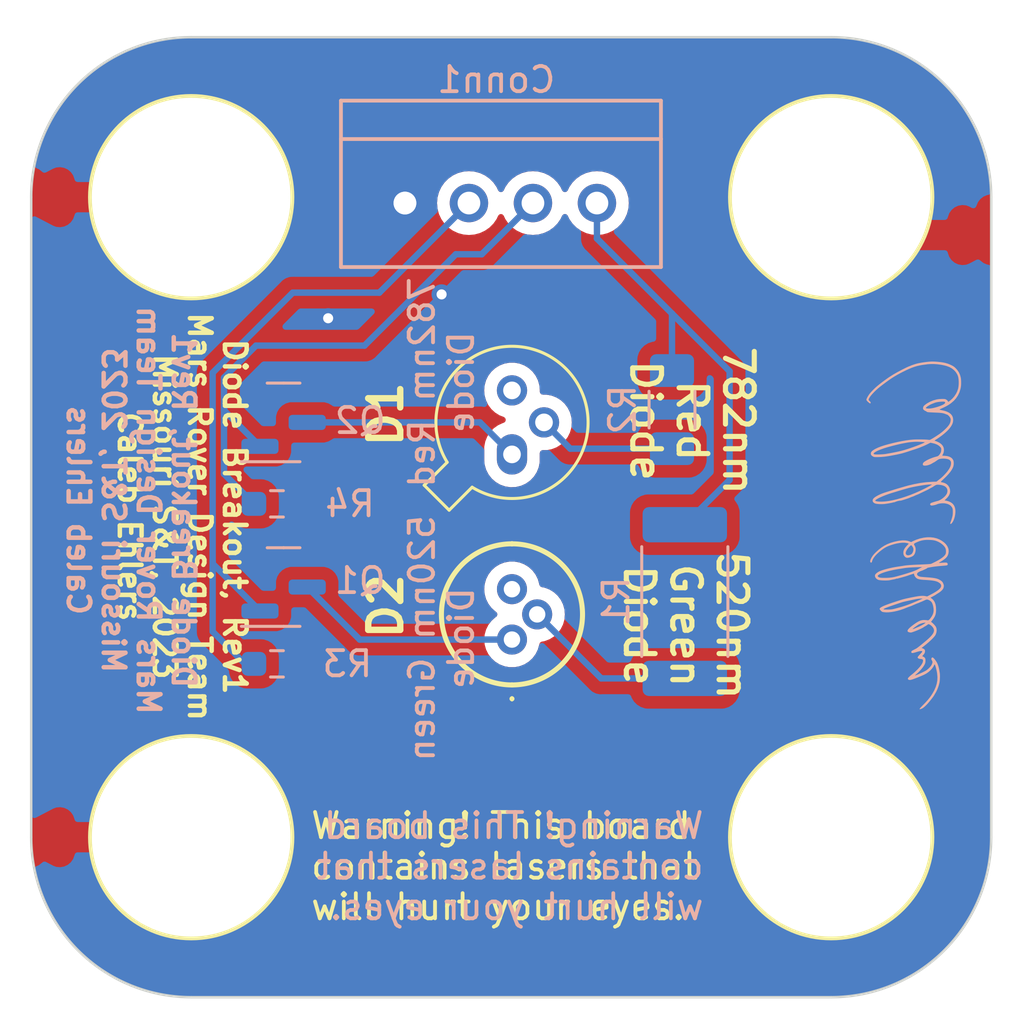
<source format=kicad_pcb>
(kicad_pcb (version 20221018) (generator pcbnew)
  (layers (0 "F.Cu" signal) (31 "B.Cu" signal) (34 "B.Paste" user) (35 "F.Paste" user) (36 "B.SilkS" user "B.Silkscreen") (37 "F.SilkS" user "F.Silkscreen") (38 "B.Mask" user) (39 "F.Mask" user) (44 "Edge.Cuts" user))
  (net 0 "")
  (net 1 "+12V")
  (net 2 "Red_LED")
  (net 3 "Green_LED")
  (net 4 "GND")
  (net 5 "Net-(D2-K)")
  (net 6 "Net-(D2-A)")
  (net 7 "Net-(D1-K)")
  (net 8 "Net-(D1-A)")
  (footprint "Package_TO_SOT_THT:TO-18-3" (layer "F.Cu") (at 66.986724 32.327276 90)
    (fp_text reference "D1" (at 1.593276 -5.010724 90) (layer "F.SilkS") (effects (font (size 1.27 1.27) (thickness 0.254) bold)))
    (fp_text value "782nm Laser Diode")
    (pad "1" thru_hole oval (at 0 0 90) (size 1.6 1.2) (drill 0.7) (layers "*.Cu" "*.Mask") (net 7 "Net-(D1-K)"))
    (pad "2" thru_hole oval (at 1.27 1.27 90) (size 1.2 1.2) (drill 0.7) (layers "*.Cu" "*.Mask") (net 8 "Net-(D1-A)"))
    (pad "3" thru_hole oval (at 2.54 0 90) (size 1.2 1.2) (drill 0.7) (layers "*.Cu" "*.Mask"))
  )
  (footprint "MRDT_Drill_Holes:4_40_Hole" (layer "F.Cu") (at 54.254724 47.519276)
    (fp_text reference "V2" hide)
    (fp_text value "Via" hide)
    (pad "" np_thru_hole circle (at 0 0) (size 2.9464 2.9464) (drill 2.9464) (layers "*.Cu" "*.Mask") (clearance 2.5))
  )
  (footprint "MRDT_Drill_Holes:4_40_Hole" (layer "F.Cu") (at 79.654724 22.119276)
    (fp_text reference "V1" hide)
    (fp_text value "Via" hide)
    (pad "" np_thru_hole circle (at 0 0) (size 2.9464 2.9464) (drill 2.9464) (layers "*.Cu" "*.Mask") (clearance 2.5))
  )
  (footprint "RamanDiodes:PLT5520B - 520nm" (layer "F.Cu") (at 66.98564 39.67658 90)
    (fp_text reference "D2" (at 1.323276 -5.00964 90) (layer "F.SilkS") (effects (font (size 1.27 1.27) (thickness 0.254))))
    (fp_text value "520nm Laser Diode")
    (pad "1" thru_hole circle (at 0 0 90) (size 1.192 1.192) (drill 0.65) (layers "*.Cu" "*.Mask") (net 5 "Net-(D2-K)"))
    (pad "2" thru_hole circle (at 1 1 90) (size 1.192 1.192) (drill 0.65) (layers "*.Cu" "*.Mask") (net 6 "Net-(D2-A)"))
    (pad "3" thru_hole circle (at 2 0 90) (size 1.192 1.192) (drill 0.65) (layers "*.Cu" "*.Mask"))
  )
  (footprint "MRDT_Drill_Holes:4_40_Hole" (layer "F.Cu") (at 54.253704 22.119016)
    (fp_text reference "V3" hide)
    (fp_text value "Via" hide)
    (pad "" np_thru_hole circle (at 0 0) (size 2.9464 2.9464) (drill 2.9464) (layers "*.Cu" "*.Mask") (clearance 2.5))
  )
  (footprint "MRDT_Drill_Holes:4_40_Hole" (layer "F.Cu") (at 79.653699 47.519016)
    (fp_text reference "V4" hide)
    (fp_text value "Via" hide)
    (pad "" np_thru_hole circle (at 0 0) (size 2.9464 2.9464) (drill 2.9464) (layers "*.Cu" "*.Mask") (clearance 2.5))
  )
  (footprint "Resistor_SMD:R_2512_6332Metric_Pad1.40x3.35mm_HandSolder" (layer "B.Cu") (at 73.844724 38.167276 -90)
    (fp_text reference "R1" (at 0 2.724724 90) (layer "B.SilkS") (effects (justify mirror)))
    (fp_text value "33")
    (pad "1" smd roundrect (at -3.05 0 270) (size 1.4 3.35) (layers "B.Cu" "B.Paste" "B.Mask") (roundrect_rratio 0.1785707143) (net 1 "+12V"))
    (pad "2" smd roundrect (at 3.05 0 270) (size 1.4 3.35) (layers "B.Cu" "B.Paste" "B.Mask") (roundrect_rratio 0.1785707143) (net 6 "Net-(D2-A)"))
  )
  (footprint "MRDT_Connectors:MOLEX_SL_04_Vertical" (layer "B.Cu") (at 70.358 22.352 180)
    (fp_text reference "Conn1" (at 3.994724 4.895276 180) (layer "B.SilkS") (effects (justify mirror)))
    (fp_text value "Molex_SL_04")
    (pad "1" thru_hole circle (at 0 0 180) (size 1.524 1.524) (drill 0.9) (layers "*.Cu" "*.Mask") (net 1 "+12V"))
    (pad "2" thru_hole circle (at 2.54 0 180) (size 1.524 1.524) (drill 0.9) (layers "*.Cu" "*.Mask") (net 2 "Red_LED"))
    (pad "3" thru_hole circle (at 5.08 0 180) (size 1.524 1.524) (drill 0.9) (layers "*.Cu" "*.Mask") (net 3 "Green_LED"))
    (pad "4" thru_hole circle (at 7.62 0 180) (size 1.524 1.524) (drill 0.9) (layers "*.Cu" "*.Mask") (net 4 "GND"))
    (pad "4" thru_hole circle (at 7.62 0 180) (size 1.524 1.524) (drill 0.9) (layers "*.Cu" "*.Mask") (net 4 "GND"))
  )
  (footprint "Resistor_SMD:R_0603_1608Metric_Pad0.98x0.95mm_HandSolder" (layer "B.Cu") (at 57.658 34.29)
    (fp_text reference "R4" (at 2.8975 0) (layer "B.SilkS") (effects (justify mirror)))
    (fp_text value "4.7k")
    (pad "1" smd roundrect (at -0.9125 0) (size 0.975 0.95) (layers "B.Cu" "B.Paste" "B.Mask") (net 2 "Red_LED"))
    (pad "2" smd roundrect (at 0.9125 0) (size 0.975 0.95) (layers "B.Cu" "B.Paste" "B.Mask") (net 4 "GND"))
  )
  (footprint "Package_TO_SOT_SMD:SOT-23" (layer "B.Cu") (at 57.92192 37.592)
    (fp_text reference "Q1" (at 3.03808 -0.254) (layer "B.SilkS") (effects (justify mirror)))
    (fp_text value "BSS138")
    (pad "1" smd roundrect (at -0.9375 0.95) (size 1.475 0.6) (layers "B.Cu" "B.Paste" "B.Mask") (net 3 "Green_LED"))
    (pad "2" smd roundrect (at -0.9375 -0.95) (size 1.475 0.6) (layers "B.Cu" "B.Paste" "B.Mask") (net 4 "GND"))
    (pad "3" smd roundrect (at 0.9375 0) (size 1.475 0.6) (layers "B.Cu" "B.Paste" "B.Mask") (net 5 "Net-(D2-K)"))
  )
  (footprint "Resistor_SMD:R_1206_3216Metric_Pad1.30x1.75mm_HandSolder" (layer "B.Cu") (at 73.336724 30.549276 -90)
    (fp_text reference "R2" (at 0 1.962724 90) (layer "B.SilkS") (effects (justify mirror)))
    (fp_text value "78.7")
    (pad "1" smd roundrect (at -1.55 0 270) (size 1.3 1.75) (layers "B.Cu" "B.Paste" "B.Mask") (roundrect_rratio 0.1923076923) (net 1 "+12V"))
    (pad "2" smd roundrect (at 1.55 0 270) (size 1.3 1.75) (layers "B.Cu" "B.Paste" "B.Mask") (roundrect_rratio 0.1923076923) (net 8 "Net-(D1-A)"))
  )
  (footprint "Resistor_SMD:R_0603_1608Metric_Pad0.98x0.95mm_HandSolder" (layer "B.Cu") (at 57.658 40.64)
    (fp_text reference "R3" (at 2.794 0) (layer "B.SilkS") (effects (justify mirror)))
    (fp_text value "4.7k")
    (pad "1" smd roundrect (at -0.9125 0) (size 0.975 0.95) (layers "B.Cu" "B.Paste" "B.Mask") (net 3 "Green_LED"))
    (pad "2" smd roundrect (at 0.9125 0) (size 0.975 0.95) (layers "B.Cu" "B.Paste" "B.Mask") (net 4 "GND"))
  )
  (footprint "Package_TO_SOT_SMD:SOT-23" (layer "B.Cu") (at 57.921224 31.057276)
    (fp_text reference "Q2" (at 3.038776 -0.069276) (layer "B.SilkS") (effects (justify mirror)))
    (fp_text value "BSS138")
    (pad "1" smd roundrect (at -0.9375 0.95) (size 1.475 0.6) (layers "B.Cu" "B.Paste" "B.Mask") (net 2 "Red_LED"))
    (pad "2" smd roundrect (at -0.9375 -0.95) (size 1.475 0.6) (layers "B.Cu" "B.Paste" "B.Mask") (net 4 "GND"))
    (pad "3" smd roundrect (at 0.9375 0) (size 1.475 0.6) (layers "B.Cu" "B.Paste" "B.Mask") (net 7 "Net-(D1-K)"))
  )
  (footprint "Signatures:Caleb_Ehlers_Signature_15mmx4.8mm" (layer "B.Cu") (at 82.804 35.56 -90)
    (fp_text reference "G***" hide)
    (fp_text value "LOGO" hide)
  )
  (gr_arc (start 54.254724 53.869276) (mid 49.764596 52.009404) (end 47.904724 47.519276) (stroke (width 0.1)) (layer "Edge.Cuts"))
  (gr_line (start 86.004724 22.119276) (end 86.004724 47.519276) (stroke (width 0.1)) (layer "Edge.Cuts"))
  (gr_line (start 54.254724 15.769276) (end 79.654724 15.769276) (stroke (width 0.1)) (layer "Edge.Cuts"))
  (gr_arc (start 86.004724 47.519276) (mid 84.144852 52.009404) (end 79.654724 53.869276) (stroke (width 0.1)) (layer "Edge.Cuts"))
  (gr_arc (start 47.904724 22.119276) (mid 49.764596 17.629148) (end 54.254724 15.769276) (stroke (width 0.1)) (layer "Edge.Cuts"))
  (gr_line (start 79.654724 53.869276) (end 54.254724 53.869276) (stroke (width 0.1)) (layer "Edge.Cuts"))
  (gr_arc (start 79.654724 15.769276) (mid 84.144852 17.629148) (end 86.004724 22.119276) (stroke (width 0.1)) (layer "Edge.Cuts"))
  (gr_line (start 47.904724 47.519276) (end 47.904724 22.119276) (stroke (width 0.1)) (layer "Edge.Cuts"))
  (gr_text "782nm Red\nDiode" (at 65.532 29.464 90) (layer "B.SilkS") (effects (font (size 0.9652 0.9652) (thickness 0.1524)) (justify bottom mirror)))
  (gr_text "Diode Breakout, Rev1\nMars Rover Design Team\nMissouri S&T, 2023\nCaleb Ehlers" (at 49.276 34.544 -90) (layer "B.SilkS") (effects (font (size 0.8636 0.8636) (thickness 0.1778) bold) (justify bottom mirror)))
  (gr_text "Warning! This board\ncontains lasers that\nwill hurt your eyes." (at 74.676 50.869276) (layer "B.SilkS") (effects (font (size 1 1)) (justify left bottom mirror)))
  (gr_text "520nm Green\nDiode" (at 65.532 39.624 90) (layer "B.SilkS") (effects (font (size 0.9652 0.9652) (thickness 0.1524)) (justify bottom mirror)))
  (gr_text "Warning! This board\ncontains lasers that\nwill hurt your eyes." (at 58.928 50.869276) (layer "F.SilkS") (effects (font (size 1 1)) (justify left bottom)))
  (gr_text "Diode Breakout, Rev1\nMars Rover Design Team\nMissouri S&T, 2023\nCaleb Ehlers" (at 51.308 34.798 -90) (layer "F.SilkS") (effects (font (size 0.8636 0.8636) (thickness 0.1778) bold) (justify bottom)))
  (gr_text "782nm\nRed\nDiode" (at 71.628 30.988 -90) (layer "F.SilkS") (effects (font (size 1.143 1.143) (thickness 0.2032) bold) (justify bottom)))
  (gr_text "520nm\nGreen\nDiode" (at 71.374 39.116 -90) (layer "F.SilkS") (effects (font (size 1.143 1.143) (thickness 0.2032) bold) (justify bottom)))
  (segment (start 75.622724 29.025276) (end 73.336724 26.739276) (width 0.254) (layer "B.Cu") (net 1))
  (segment (start 73.844724 35.117276) (end 75.622724 33.339276) (width 0.254) (layer "B.Cu") (net 1))
  (segment (start 70.358 23.760552) (end 73.336724 26.739276) (width 0.254) (layer "B.Cu") (net 1))
  (segment (start 70.358 22.352) (end 70.358 23.760552) (width 0.254) (layer "B.Cu") (net 1))
  (segment (start 75.622724 33.339276) (end 75.622724 29.025276) (width 0.254) (layer "B.Cu") (net 1))
  (segment (start 73.336724 28.999276) (end 73.336724 26.739276) (width 0.254) (layer "B.Cu") (net 1))
  (segment (start 55.560724 30.584276) (end 55.560724 30.48) (width 0.254) (layer "B.Cu") (net 2))
  (segment (start 65.786 24.384) (end 67.818 22.352) (width 0.254) (layer "B.Cu") (net 2))
  (segment (start 61.13259 28.009276) (end 64.757866 24.384) (width 0.254) (layer "B.Cu") (net 2))
  (segment (start 56.983724 32.007276) (end 55.560724 30.584276) (width 0.254) (layer "B.Cu") (net 2))
  (segment (start 55.560724 33.105224) (end 55.560724 33.101224) (width 0.254) (layer "B.Cu") (net 2))
  (segment (start 55.556724 33.101224) (end 55.556724 29.279276) (width 0.254) (layer "B.Cu") (net 2))
  (segment (start 56.826724 28.009276) (end 61.13259 28.009276) (width 0.254) (layer "B.Cu") (net 2))
  (segment (start 55.556724 29.279276) (end 56.826724 28.009276) (width 0.254) (layer "B.Cu") (net 2))
  (segment (start 56.7455 34.29) (end 55.560724 33.105224) (width 0.254) (layer "B.Cu") (net 2))
  (segment (start 64.757866 24.384) (end 65.786 24.384) (width 0.254) (layer "B.Cu") (net 2))
  (segment (start 55.106724 36.664304) (end 55.106724 36.576) (width 0.25) (layer "B.Cu") (net 3))
  (segment (start 56.388 40.64) (end 55.106724 39.358724) (width 0.25) (layer "B.Cu") (net 3))
  (segment (start 56.7455 40.64) (end 56.388 40.64) (width 0.25) (layer "B.Cu") (net 3))
  (segment (start 55.106724 39.358724) (end 55.106724 36.576) (width 0.254) (layer "B.Cu") (net 3))
  (segment (start 58.285948 25.908) (end 55.103896 29.090052) (width 0.254) (layer "B.Cu") (net 3))
  (segment (start 61.722 25.908) (end 58.285948 25.908) (width 0.254) (layer "B.Cu") (net 3))
  (segment (start 56.98442 38.542) (end 55.106724 36.664304) (width 0.254) (layer "B.Cu") (net 3))
  (segment (start 55.106724 36.576) (end 55.106724 29.09288) (width 0.254) (layer "B.Cu") (net 3))
  (segment (start 65.278 22.352) (end 61.722 25.908) (width 0.254) (layer "B.Cu") (net 3))
  (via (at 59.69 26.924) (size 0.8) (drill 0.4) (layers "F.Cu" "B.Cu") (net 4))
  (via (at 64.192724 25.977276) (size 0.8) (drill 0.4) (layers "F.Cu" "B.Cu") (net 4))
  (segment (start 58.85942 37.592) (end 60.944 39.67658) (width 0.254) (layer "B.Cu") (net 5))
  (segment (start 60.944 39.67658) (end 66.98564 39.67658) (width 0.254) (layer "B.Cu") (net 5))
  (segment (start 70.526336 41.217276) (end 67.98564 38.67658) (width 0.254) (layer "B.Cu") (net 6))
  (segment (start 73.844724 41.217276) (end 70.526336 41.217276) (width 0.254) (layer "B.Cu") (net 6))
  (segment (start 65.716724 31.057276) (end 66.986724 32.327276) (width 0.254) (layer "B.Cu") (net 7))
  (segment (start 58.858724 31.057276) (end 65.716724 31.057276) (width 0.254) (layer "B.Cu") (net 7))
  (segment (start 69.298724 32.099276) (end 68.256724 31.057276) (width 0.254) (layer "B.Cu") (net 8))
  (segment (start 73.336724 32.099276) (end 69.298724 32.099276) (width 0.254) (layer "B.Cu") (net 8))
  (zone (net 4) (net_name "GND") (layers "F&B.Cu") (connect_pads yes (clearance 0.5)) (min_thickness 0.25) (fill yes (thermal_gap 0.5) (thermal_bridge_width 0.5))
    (polygon (pts (xy 48.698724 14.293276) (xy 86.798724 14.293276) (xy 87.306724 54.933276) (xy 46.920724 54.933276) (xy 46.666724 14.293276)))
  )
)
</source>
